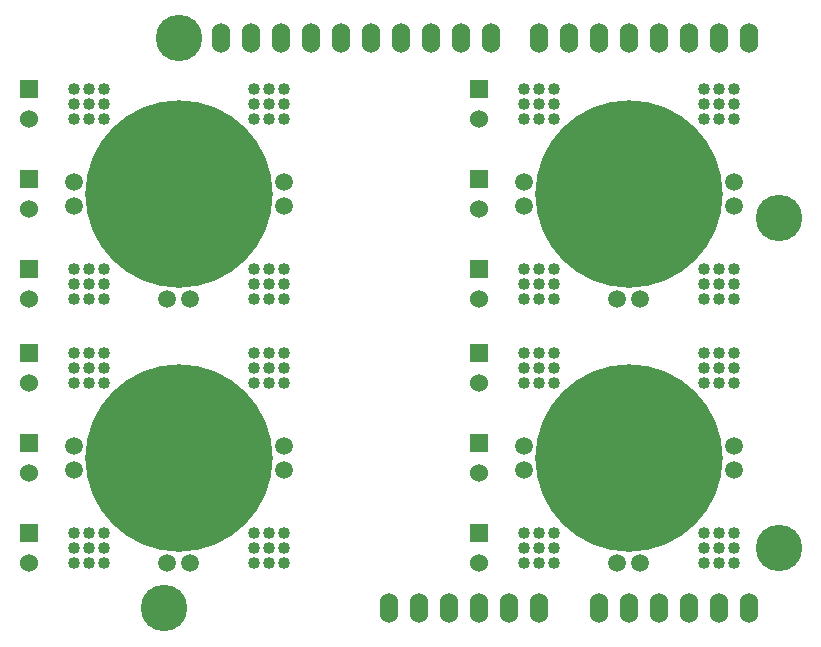
<source format=gbs>
G04 (created by PCBNEW (2013-07-07 BZR 4022)-stable) date 11/3/2017 9:35:14 AM*
%MOIN*%
G04 Gerber Fmt 3.4, Leading zero omitted, Abs format*
%FSLAX34Y34*%
G01*
G70*
G90*
G04 APERTURE LIST*
%ADD10C,0.00590551*%
%ADD11C,0.625*%
%ADD12C,0.04*%
%ADD13C,0.0590551*%
%ADD14R,0.06X0.06*%
%ADD15C,0.06*%
%ADD16O,0.06X0.1*%
%ADD17C,0.155*%
G04 APERTURE END LIST*
G54D10*
G54D11*
X85500Y-70000D03*
G54D12*
X82500Y-67000D03*
X82500Y-73000D03*
X82000Y-67500D03*
X83000Y-67500D03*
X83000Y-66500D03*
X82000Y-66500D03*
X82500Y-67500D03*
X82000Y-67000D03*
X82500Y-66500D03*
X83000Y-67000D03*
X82000Y-72500D03*
X82500Y-72500D03*
X83000Y-72500D03*
X83000Y-73000D03*
X83000Y-73500D03*
X82500Y-73500D03*
X82000Y-73500D03*
X82000Y-73000D03*
X88000Y-72500D03*
X88500Y-72500D03*
X89000Y-72500D03*
X89000Y-73000D03*
X88500Y-73000D03*
X88000Y-73000D03*
X88000Y-73500D03*
X88500Y-73500D03*
X89000Y-73500D03*
X88000Y-67500D03*
X88000Y-67000D03*
X88000Y-66500D03*
X88500Y-66500D03*
X88500Y-67000D03*
X88500Y-67500D03*
X89000Y-67500D03*
X89000Y-67000D03*
X89000Y-66500D03*
G54D13*
X85105Y-73500D03*
X85895Y-73500D03*
X82000Y-69605D03*
X82000Y-70395D03*
X89000Y-70395D03*
X89000Y-69605D03*
G54D11*
X70500Y-61200D03*
G54D12*
X67500Y-58200D03*
X67500Y-64200D03*
X67000Y-58700D03*
X68000Y-58700D03*
X68000Y-57700D03*
X67000Y-57700D03*
X67500Y-58700D03*
X67000Y-58200D03*
X67500Y-57700D03*
X68000Y-58200D03*
X67000Y-63700D03*
X67500Y-63700D03*
X68000Y-63700D03*
X68000Y-64200D03*
X68000Y-64700D03*
X67500Y-64700D03*
X67000Y-64700D03*
X67000Y-64200D03*
X73000Y-63700D03*
X73500Y-63700D03*
X74000Y-63700D03*
X74000Y-64200D03*
X73500Y-64200D03*
X73000Y-64200D03*
X73000Y-64700D03*
X73500Y-64700D03*
X74000Y-64700D03*
X73000Y-58700D03*
X73000Y-58200D03*
X73000Y-57700D03*
X73500Y-57700D03*
X73500Y-58200D03*
X73500Y-58700D03*
X74000Y-58700D03*
X74000Y-58200D03*
X74000Y-57700D03*
G54D13*
X70105Y-64700D03*
X70895Y-64700D03*
X67000Y-60805D03*
X67000Y-61595D03*
X74000Y-61595D03*
X74000Y-60805D03*
G54D11*
X85500Y-61200D03*
G54D12*
X82500Y-58200D03*
X82500Y-64200D03*
X82000Y-58700D03*
X83000Y-58700D03*
X83000Y-57700D03*
X82000Y-57700D03*
X82500Y-58700D03*
X82000Y-58200D03*
X82500Y-57700D03*
X83000Y-58200D03*
X82000Y-63700D03*
X82500Y-63700D03*
X83000Y-63700D03*
X83000Y-64200D03*
X83000Y-64700D03*
X82500Y-64700D03*
X82000Y-64700D03*
X82000Y-64200D03*
X88000Y-63700D03*
X88500Y-63700D03*
X89000Y-63700D03*
X89000Y-64200D03*
X88500Y-64200D03*
X88000Y-64200D03*
X88000Y-64700D03*
X88500Y-64700D03*
X89000Y-64700D03*
X88000Y-58700D03*
X88000Y-58200D03*
X88000Y-57700D03*
X88500Y-57700D03*
X88500Y-58200D03*
X88500Y-58700D03*
X89000Y-58700D03*
X89000Y-58200D03*
X89000Y-57700D03*
G54D13*
X85105Y-64700D03*
X85895Y-64700D03*
X82000Y-60805D03*
X82000Y-61595D03*
X89000Y-61595D03*
X89000Y-60805D03*
G54D11*
X70500Y-70000D03*
G54D12*
X67500Y-67000D03*
X67500Y-73000D03*
X67000Y-67500D03*
X68000Y-67500D03*
X68000Y-66500D03*
X67000Y-66500D03*
X67500Y-67500D03*
X67000Y-67000D03*
X67500Y-66500D03*
X68000Y-67000D03*
X67000Y-72500D03*
X67500Y-72500D03*
X68000Y-72500D03*
X68000Y-73000D03*
X68000Y-73500D03*
X67500Y-73500D03*
X67000Y-73500D03*
X67000Y-73000D03*
X73000Y-72500D03*
X73500Y-72500D03*
X74000Y-72500D03*
X74000Y-73000D03*
X73500Y-73000D03*
X73000Y-73000D03*
X73000Y-73500D03*
X73500Y-73500D03*
X74000Y-73500D03*
X73000Y-67500D03*
X73000Y-67000D03*
X73000Y-66500D03*
X73500Y-66500D03*
X73500Y-67000D03*
X73500Y-67500D03*
X74000Y-67500D03*
X74000Y-67000D03*
X74000Y-66500D03*
G54D13*
X70105Y-73500D03*
X70895Y-73500D03*
X67000Y-69605D03*
X67000Y-70395D03*
X74000Y-70395D03*
X74000Y-69605D03*
G54D14*
X80500Y-66500D03*
G54D15*
X80500Y-67500D03*
G54D14*
X80500Y-72500D03*
G54D15*
X80500Y-73500D03*
G54D14*
X80500Y-69500D03*
G54D15*
X80500Y-70500D03*
G54D14*
X65500Y-69500D03*
G54D15*
X65500Y-70500D03*
G54D14*
X65500Y-66500D03*
G54D15*
X65500Y-67500D03*
G54D14*
X65500Y-72500D03*
G54D15*
X65500Y-73500D03*
G54D14*
X80500Y-60700D03*
G54D15*
X80500Y-61700D03*
G54D14*
X80500Y-57700D03*
G54D15*
X80500Y-58700D03*
G54D14*
X80500Y-63700D03*
G54D15*
X80500Y-64700D03*
G54D14*
X65500Y-60700D03*
G54D15*
X65500Y-61700D03*
G54D14*
X65500Y-57700D03*
G54D15*
X65500Y-58700D03*
G54D14*
X65500Y-63700D03*
G54D15*
X65500Y-64700D03*
G54D16*
X89500Y-75000D03*
X88500Y-75000D03*
X87500Y-75000D03*
X84500Y-75000D03*
X85500Y-75000D03*
X86500Y-75000D03*
X82500Y-75000D03*
X81500Y-75000D03*
X80500Y-75000D03*
X78500Y-75000D03*
X77500Y-75000D03*
X89500Y-56000D03*
X88500Y-56000D03*
X87500Y-56000D03*
X86500Y-56000D03*
X85500Y-56000D03*
X84500Y-56000D03*
X83500Y-56000D03*
X82500Y-56000D03*
X80900Y-56000D03*
X79900Y-56000D03*
X78900Y-56000D03*
X77900Y-56000D03*
X76900Y-56000D03*
X75900Y-56000D03*
X74900Y-56000D03*
X73900Y-56000D03*
X79500Y-75000D03*
G54D17*
X90500Y-73000D03*
X90500Y-62000D03*
X70500Y-56000D03*
X70000Y-75000D03*
G54D16*
X72900Y-56000D03*
X71900Y-56000D03*
M02*

</source>
